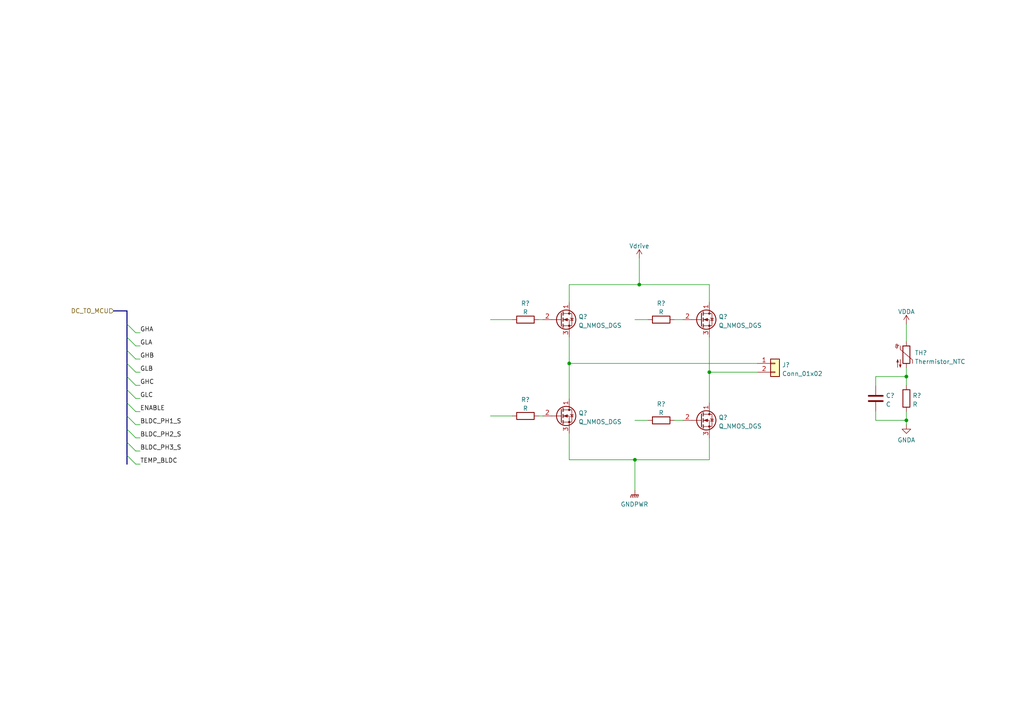
<source format=kicad_sch>
(kicad_sch (version 20211123) (generator eeschema)
  (paper "A4")
  (lib_symbols
    (symbol "Connector_Generic:Conn_01x02" (pin_names (offset 1.016) hide)
      (property "Reference" "J" (at 0 2.54 0))
      (property "Value" "Conn_01x02" (at 0 -5.08 0))
      (symbol "Conn_01x02_1_1"
        (rectangle (start -1.27 -2.413) (end 0 -2.667) (stroke (width 0.1524)))
        (rectangle (start -1.27 0.127) (end 0 -0.127) (stroke (width 0.1524)))
        (rectangle (start -1.27 1.27) (end 1.27 -3.81) (stroke (width 0.254)) (fill (type background)))
        (pin passive line (at -5.08 0 0) (length 3.81) (name "Pin_1") (number "1"))
        (pin passive line (at -5.08 -2.54 0) (length 3.81) (name "Pin_2") (number "2"))
      )
    )
    (symbol "Device:C" (pin_numbers hide) (pin_names (offset 0.254))
      (property "Reference" "C" (at 0.635 2.54 0))
      (property "Value" "C" (at 0.635 -2.54 0))
      (symbol "C_0_1"
        (polyline (pts (xy -2.032 -0.762) (xy 2.032 -0.762)) (stroke (width 0.508)))
        (polyline (pts (xy -2.032 0.762) (xy 2.032 0.762)) (stroke (width 0.508)))
      )
      (symbol "C_1_1"
        (pin passive line (at 0 3.81 270) (length 2.794) (name "~") (number "1"))
        (pin passive line (at 0 -3.81 90) (length 2.794) (name "~") (number "2"))
      )
    )
    (symbol "Device:Q_NMOS_DGS" (pin_names (offset 0) hide)
      (property "Reference" "Q" (at 5.08 1.27 0))
      (property "Value" "Q_NMOS_DGS" (at 5.08 -1.27 0))
      (symbol "Q_NMOS_DGS_0_1"
        (polyline (pts (xy 0.254 0) (xy -2.54 0)))
        (polyline (pts (xy 0.254 1.905) (xy 0.254 -1.905)) (stroke (width 0.254)))
        (polyline (pts (xy 0.762 -1.27) (xy 0.762 -2.286)) (stroke (width 0.254)))
        (polyline (pts (xy 0.762 0.508) (xy 0.762 -0.508)) (stroke (width 0.254)))
        (polyline (pts (xy 0.762 2.286) (xy 0.762 1.27)) (stroke (width 0.254)))
        (polyline (pts (xy 2.54 2.54) (xy 2.54 1.778)))
        (polyline (pts (xy 2.54 -2.54) (xy 2.54 0) (xy 0.762 0)))
        (polyline (pts (xy 0.762 -1.778) (xy 3.302 -1.778) (xy 3.302 1.778) (xy 0.762 1.778)))
        (polyline (pts (xy 1.016 0) (xy 2.032 0.381) (xy 2.032 -0.381) (xy 1.016 0)) (fill (type outline)))
        (polyline (pts (xy 2.794 0.508) (xy 2.921 0.381) (xy 3.683 0.381) (xy 3.81 0.254)))
        (polyline (pts (xy 3.302 0.381) (xy 2.921 -0.254) (xy 3.683 -0.254) (xy 3.302 0.381)))
        (circle (center 1.651 0) (radius 2.794) (stroke (width 0.254)))
        (circle (center 2.54 -1.778) (radius 0.254) (fill (type outline)))
        (circle (center 2.54 1.778) (radius 0.254) (fill (type outline)))
      )
      (symbol "Q_NMOS_DGS_1_1"
        (pin passive line (at 2.54 5.08 270) (length 2.54) (name "D") (number "1"))
        (pin input line (at -5.08 0 0) (length 2.54) (name "G") (number "2"))
        (pin passive line (at 2.54 -5.08 90) (length 2.54) (name "S") (number "3"))
      )
    )
    (symbol "Device:R" (pin_numbers hide) (pin_names (offset 0))
      (property "Reference" "R" (at 2.032 0 90))
      (property "Value" "R" (at 0 0 90))
      (symbol "R_0_1"
        (rectangle (start -1.016 -2.54) (end 1.016 2.54) (stroke (width 0.254)))
      )
      (symbol "R_1_1"
        (pin passive line (at 0 3.81 270) (length 1.27) (name "~") (number "1"))
        (pin passive line (at 0 -3.81 90) (length 1.27) (name "~") (number "2"))
      )
    )
    (symbol "Device:Thermistor_NTC" (pin_numbers hide) (pin_names (offset 0))
      (property "Reference" "TH" (at -4.445 0 90))
      (property "Value" "Thermistor_NTC" (at 3.175 0 90))
      (symbol "Thermistor_NTC_0_1"
        (arc (start -3.048 2.159) (mid -3.0495 2.3143) (end -3.175 2.413))
        (arc (start -3.048 2.159) (mid -2.9736 1.9794) (end -2.794 1.905))
        (arc (start -3.048 2.794) (mid -2.9736 2.6144) (end -2.794 2.54))
        (arc (start -2.794 1.905) (mid -2.6144 1.9794) (end -2.54 2.159))
        (arc (start -2.794 2.54) (mid -2.4393 2.5587) (end -2.159 2.794))
        (arc (start -2.794 3.048) (mid -2.9736 2.9736) (end -3.048 2.794))
        (arc (start -2.54 2.794) (mid -2.6144 2.9736) (end -2.794 3.048))
        (rectangle (start -1.016 2.54) (end 1.016 -2.54) (stroke (width 0.254)))
        (polyline (pts (xy -2.54 2.159) (xy -2.54 2.794)))
        (polyline (pts (xy -1.778 2.54) (xy -1.778 1.524) (xy 1.778 -1.524) (xy 1.778 -2.54)))
        (polyline (pts (xy -2.54 -3.683) (xy -2.54 -1.397) (xy -2.794 -2.159) (xy -2.286 -2.159) (xy -2.54 -1.397) (xy -2.54 -1.651)) (fill (type outline)))
        (polyline (pts (xy -1.778 -1.397) (xy -1.778 -3.683) (xy -2.032 -2.921) (xy -1.524 -2.921) (xy -1.778 -3.683) (xy -1.778 -3.429)) (fill (type outline)))
      )
      (symbol "Thermistor_NTC_1_1"
        (pin passive line (at 0 3.81 270) (length 1.27) (name "~") (number "1"))
        (pin passive line (at 0 -3.81 90) (length 1.27) (name "~") (number "2"))
      )
    )
    (symbol "power:GNDA" (power) (pin_names (offset 0))
      (property "Value" "GNDA" (at 0 -3.81 0))
      (symbol "GNDA_0_1"
        (polyline (pts (xy 0 0) (xy 0 -1.27) (xy 1.27 -1.27) (xy 0 -2.54) (xy -1.27 -1.27) (xy 0 -1.27)))
      )
      (symbol "GNDA_1_1"
        (pin power_in line (at 0 0 270) (length 0) hide (name "GNDA") (number "1"))
      )
    )
    (symbol "power:GNDPWR" (power) (pin_names (offset 0))
      (property "Value" "GNDPWR" (at 0 -3.302 0))
      (symbol "GNDPWR_0_1"
        (polyline (pts (xy 0 -1.27) (xy 0 0)))
        (polyline (pts (xy -1.016 -1.27) (xy -1.27 -2.032) (xy -1.27 -2.032)) (stroke (width 0.2032)))
        (polyline (pts (xy -0.508 -1.27) (xy -0.762 -2.032) (xy -0.762 -2.032)) (stroke (width 0.2032)))
        (polyline (pts (xy 0 -1.27) (xy -0.254 -2.032) (xy -0.254 -2.032)) (stroke (width 0.2032)))
        (polyline (pts (xy 0.508 -1.27) (xy 0.254 -2.032) (xy 0.254 -2.032)) (stroke (width 0.2032)))
        (polyline (pts (xy 1.016 -1.27) (xy -1.016 -1.27) (xy -1.016 -1.27)) (stroke (width 0.2032)))
        (polyline (pts (xy 1.016 -1.27) (xy 0.762 -2.032) (xy 0.762 -2.032) (xy 0.762 -2.032)) (stroke (width 0.2032)))
      )
      (symbol "GNDPWR_1_1"
        (pin power_in line (at 0 0 270) (length 0) hide (name "GNDPWR") (number "1"))
      )
    )
    (symbol "power:VDDA" (power) (pin_names (offset 0))
      (property "Value" "VDDA" (at 0 3.81 0))
      (symbol "VDDA_0_1"
        (polyline (pts (xy -0.762 1.27) (xy 0 2.54)))
        (polyline (pts (xy 0 0) (xy 0 2.54)))
        (polyline (pts (xy 0 2.54) (xy 0.762 1.27)))
      )
      (symbol "VDDA_1_1"
        (pin power_in line (at 0 0 90) (length 0) hide (name "VDDA") (number "1"))
      )
    )
    (symbol "power:Vdrive" (power) (pin_names (offset 0))
      (property "Value" "Vdrive" (at 0 3.81 0))
      (symbol "Vdrive_0_1"
        (polyline (pts (xy -0.762 1.27) (xy 0 2.54)))
        (polyline (pts (xy 0 0) (xy 0 2.54)))
        (polyline (pts (xy 0 2.54) (xy 0.762 1.27)))
      )
      (symbol "Vdrive_1_1"
        (pin power_in line (at 0 0 90) (length 0) hide (name "Vdrive") (number "1"))
      )
    )
  )
  (junction (at 205.74 107.95))
  (junction (at 184.15 133.35))
  (junction (at 262.89 121.92))
  (junction (at 185.42 82.55))
  (junction (at 165.1 105.41))
  (junction (at 262.89 109.22))
  (bus_entry (at 36.83 116.84) (size 2.54 2.54))
  (bus_entry (at 36.83 113.03) (size 2.54 2.54))
  (bus_entry (at 36.83 105.41) (size 2.54 2.54))
  (bus_entry (at 36.83 109.22) (size 2.54 2.54))
  (bus_entry (at 36.83 132.08) (size 2.54 2.54))
  (bus_entry (at 36.83 120.65) (size 2.54 2.54))
  (bus_entry (at 36.83 97.79) (size 2.54 2.54))
  (bus_entry (at 36.83 128.27) (size 2.54 2.54))
  (bus_entry (at 36.83 124.46) (size 2.54 2.54))
  (bus_entry (at 36.83 93.98) (size 2.54 2.54))
  (bus_entry (at 36.83 101.6) (size 2.54 2.54))
  (wire (pts (xy 262.89 121.92) (xy 262.89 123.19)))
  (wire (pts (xy 205.74 107.95) (xy 205.74 116.84)))
  (wire (pts (xy 205.74 107.95) (xy 219.71 107.95)))
  (wire (pts (xy 39.37 134.62) (xy 40.64 134.62)))
  (wire (pts (xy 165.1 82.55) (xy 185.42 82.55)))
  (wire (pts (xy 195.58 92.71) (xy 198.12 92.71)))
  (wire (pts (xy 262.89 106.68) (xy 262.89 109.22)))
  (wire (pts (xy 185.42 82.55) (xy 205.74 82.55)))
  (bus (pts (xy 36.83 97.79) (xy 36.83 101.6)))
  (wire (pts (xy 205.74 133.35) (xy 184.15 133.35)))
  (wire (pts (xy 39.37 130.81) (xy 40.64 130.81)))
  (wire (pts (xy 39.37 115.57) (xy 40.64 115.57)))
  (wire (pts (xy 184.15 133.35) (xy 165.1 133.35)))
  (wire (pts (xy 165.1 105.41) (xy 165.1 115.57)))
  (wire (pts (xy 184.15 121.92) (xy 187.96 121.92)))
  (bus (pts (xy 36.83 128.27) (xy 36.83 132.08)))
  (wire (pts (xy 156.21 120.65) (xy 157.48 120.65)))
  (bus (pts (xy 36.83 116.84) (xy 36.83 120.65)))
  (wire (pts (xy 165.1 105.41) (xy 219.71 105.41)))
  (bus (pts (xy 36.83 101.6) (xy 36.83 105.41)))
  (wire (pts (xy 39.37 123.19) (xy 40.64 123.19)))
  (wire (pts (xy 165.1 97.79) (xy 165.1 105.41)))
  (wire (pts (xy 39.37 107.95) (xy 40.64 107.95)))
  (bus (pts (xy 36.83 109.22) (xy 36.83 113.03)))
  (bus (pts (xy 36.83 124.46) (xy 36.83 128.27)))
  (wire (pts (xy 39.37 96.52) (xy 40.64 96.52)))
  (wire (pts (xy 39.37 104.14) (xy 40.64 104.14)))
  (bus (pts (xy 36.83 93.98) (xy 36.83 97.79)))
  (wire (pts (xy 184.15 133.35) (xy 184.15 142.24)))
  (wire (pts (xy 205.74 127) (xy 205.74 133.35)))
  (wire (pts (xy 142.24 92.71) (xy 148.59 92.71)))
  (wire (pts (xy 205.74 82.55) (xy 205.74 87.63)))
  (bus (pts (xy 33.02 90.17) (xy 36.83 90.17)))
  (wire (pts (xy 39.37 100.33) (xy 40.64 100.33)))
  (wire (pts (xy 254 109.22) (xy 254 111.76)))
  (bus (pts (xy 36.83 113.03) (xy 36.83 116.84)))
  (wire (pts (xy 205.74 97.79) (xy 205.74 107.95)))
  (wire (pts (xy 165.1 133.35) (xy 165.1 125.73)))
  (bus (pts (xy 36.83 105.41) (xy 36.83 109.22)))
  (wire (pts (xy 262.89 109.22) (xy 254 109.22)))
  (wire (pts (xy 156.21 92.71) (xy 157.48 92.71)))
  (wire (pts (xy 195.58 121.92) (xy 198.12 121.92)))
  (wire (pts (xy 262.89 109.22) (xy 262.89 111.76)))
  (wire (pts (xy 185.42 74.93) (xy 185.42 82.55)))
  (wire (pts (xy 39.37 111.76) (xy 40.64 111.76)))
  (wire (pts (xy 184.15 92.71) (xy 187.96 92.71)))
  (wire (pts (xy 254 119.38) (xy 254 121.92)))
  (bus (pts (xy 36.83 90.17) (xy 36.83 93.98)))
  (wire (pts (xy 142.24 120.65) (xy 148.59 120.65)))
  (bus (pts (xy 36.83 120.65) (xy 36.83 124.46)))
  (wire (pts (xy 39.37 127) (xy 40.64 127)))
  (bus (pts (xy 36.83 132.08) (xy 36.83 134.62)))
  (wire (pts (xy 254 121.92) (xy 262.89 121.92)))
  (wire (pts (xy 262.89 119.38) (xy 262.89 121.92)))
  (wire (pts (xy 39.37 119.38) (xy 40.64 119.38)))
  (wire (pts (xy 262.89 93.98) (xy 262.89 99.06)))
  (wire (pts (xy 165.1 87.63) (xy 165.1 82.55)))
  (label "GLC" (at 40.64 115.57 0))
  (label "GLB" (at 40.64 107.95 0))
  (label "GHA" (at 40.64 96.52 0))
  (label "ENABLE" (at 40.64 119.38 0))
  (label "BLDC_PH1_S" (at 40.64 123.19 0))
  (label "TEMP_BLDC" (at 40.64 134.62 0))
  (label "BLDC_PH2_S" (at 40.64 127 0))
  (label "GHC" (at 40.64 111.76 0))
  (label "BLDC_PH3_S" (at 40.64 130.81 0))
  (label "GLA" (at 40.64 100.33 0))
  (label "GHB" (at 40.64 104.14 0))
  (hierarchical_label "DC_TO_MCU" (shape input) (at 33.02 90.17 180))
  (symbol (lib_id "power:GNDPWR") (at 184.15 142.24 0) (unit 1)
    (property "Reference" "#PWR?" (effects hide))
    (property "Value" "GNDPWR" (at 184.023 146.277 0))
  )
  (symbol (lib_id "power:VDDA") (at 262.89 93.98 0) (unit 1)
    (property "Reference" "#PWR?" (effects hide))
    (property "Value" "VDDA" (at 262.89 90.4042 0))
  )
  (symbol (lib_id "Device:Q_NMOS_DGS") (at 162.56 120.65 0) (unit 1)
    (property "Reference" "Q?" (at 167.767 119.8153 0) (effects (justify left)))
    (property "Value" "Q_NMOS_DGS" (at 167.767 122.3522 0) (effects (justify left)))
  )
  (symbol (lib_id "Device:R") (at 191.77 121.92 90) (unit 1)
    (property "Reference" "R?" (at 191.77 117.2042 90))
    (property "Value" "R" (at 191.77 119.7411 90))
  )
  (symbol (lib_id "Device:R") (at 262.89 115.57 0) (unit 1)
    (property "Reference" "R?" (at 264.668 114.7353 0) (effects (justify left)))
    (property "Value" "R" (at 264.668 117.2722 0) (effects (justify left)))
  )
  (symbol (lib_id "power:GNDA") (at 262.89 123.19 0) (unit 1)
    (property "Reference" "#PWR?" (effects hide))
    (property "Value" "GNDA" (at 262.89 127.6334 0))
  )
  (symbol (lib_id "Device:Q_NMOS_DGS") (at 162.56 92.71 0) (unit 1)
    (property "Reference" "Q?" (at 167.767 91.8753 0) (effects (justify left)))
    (property "Value" "Q_NMOS_DGS" (at 167.767 94.4122 0) (effects (justify left)))
  )
  (symbol (lib_id "Device:C") (at 254 115.57 0) (unit 1)
    (property "Reference" "C?" (at 256.921 114.7353 0) (effects (justify left)))
    (property "Value" "C" (at 256.921 117.2722 0) (effects (justify left)))
  )
  (symbol (lib_id "power:Vdrive") (at 185.42 74.93 0) (unit 1)
    (property "Reference" "#PWR?" (effects hide))
    (property "Value" "Vdrive" (at 185.42 71.3542 0))
  )
  (symbol (lib_id "Device:R") (at 152.4 92.71 90) (unit 1)
    (property "Reference" "R?" (at 152.4 87.9942 90))
    (property "Value" "R" (at 152.4 90.5311 90))
  )
  (symbol (lib_id "Device:Q_NMOS_DGS") (at 203.2 121.92 0) (unit 1)
    (property "Reference" "Q?" (at 208.407 121.0853 0) (effects (justify left)))
    (property "Value" "Q_NMOS_DGS" (at 208.407 123.6222 0) (effects (justify left)))
  )
  (symbol (lib_id "Device:Thermistor_NTC") (at 262.89 102.87 0) (unit 1)
    (property "Reference" "TH?" (at 265.303 102.3528 0) (effects (justify left)))
    (property "Value" "Thermistor_NTC" (at 265.303 104.8897 0) (effects (justify left)))
  )
  (symbol (lib_id "Device:R") (at 191.77 92.71 90) (unit 1)
    (property "Reference" "R?" (at 191.77 87.9942 90))
    (property "Value" "R" (at 191.77 90.5311 90))
  )
  (symbol (lib_id "Device:R") (at 152.4 120.65 90) (unit 1)
    (property "Reference" "R?" (at 152.4 115.9342 90))
    (property "Value" "R" (at 152.4 118.4711 90))
  )
  (symbol (lib_id "Device:Q_NMOS_DGS") (at 203.2 92.71 0) (unit 1)
    (property "Reference" "Q?" (at 208.407 91.8753 0) (effects (justify left)))
    (property "Value" "Q_NMOS_DGS" (at 208.407 94.4122 0) (effects (justify left)))
  )
  (symbol (lib_id "Connector_Generic:Conn_01x02") (at 224.79 105.41 0) (unit 1)
    (property "Reference" "J?" (at 226.822 105.8453 0) (effects (justify left)))
    (property "Value" "Conn_01x02" (at 226.822 108.3822 0) (effects (justify left)))
  )
)
</source>
